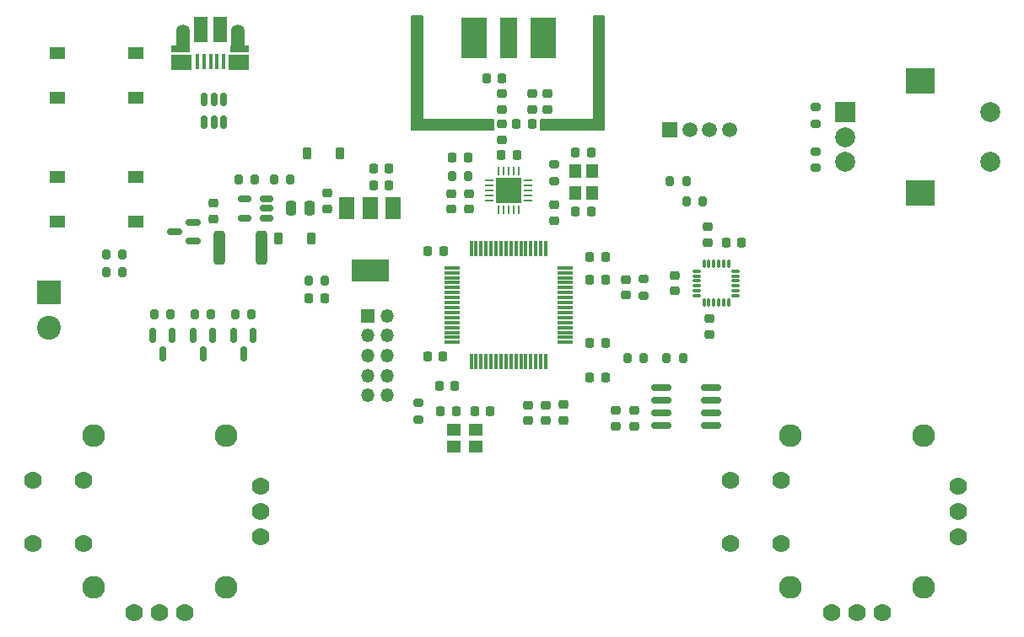
<source format=gts>
G04 #@! TF.GenerationSoftware,KiCad,Pcbnew,7.0.1*
G04 #@! TF.CreationDate,2023-10-12T07:58:09+02:00*
G04 #@! TF.ProjectId,Controller_board,436f6e74-726f-46c6-9c65-725f626f6172,rev?*
G04 #@! TF.SameCoordinates,Original*
G04 #@! TF.FileFunction,Soldermask,Top*
G04 #@! TF.FilePolarity,Negative*
%FSLAX46Y46*%
G04 Gerber Fmt 4.6, Leading zero omitted, Abs format (unit mm)*
G04 Created by KiCad (PCBNEW 7.0.1) date 2023-10-12 07:58:09*
%MOMM*%
%LPD*%
G01*
G04 APERTURE LIST*
G04 Aperture macros list*
%AMRoundRect*
0 Rectangle with rounded corners*
0 $1 Rounding radius*
0 $2 $3 $4 $5 $6 $7 $8 $9 X,Y pos of 4 corners*
0 Add a 4 corners polygon primitive as box body*
4,1,4,$2,$3,$4,$5,$6,$7,$8,$9,$2,$3,0*
0 Add four circle primitives for the rounded corners*
1,1,$1+$1,$2,$3*
1,1,$1+$1,$4,$5*
1,1,$1+$1,$6,$7*
1,1,$1+$1,$8,$9*
0 Add four rect primitives between the rounded corners*
20,1,$1+$1,$2,$3,$4,$5,0*
20,1,$1+$1,$4,$5,$6,$7,0*
20,1,$1+$1,$6,$7,$8,$9,0*
20,1,$1+$1,$8,$9,$2,$3,0*%
G04 Aperture macros list end*
%ADD10C,0.150000*%
%ADD11R,2.000000X2.000000*%
%ADD12C,2.000000*%
%ADD13R,3.000000X2.500000*%
%ADD14RoundRect,0.225000X-0.250000X0.225000X-0.250000X-0.225000X0.250000X-0.225000X0.250000X0.225000X0*%
%ADD15RoundRect,0.225000X-0.225000X-0.250000X0.225000X-0.250000X0.225000X0.250000X-0.225000X0.250000X0*%
%ADD16RoundRect,0.150000X0.587500X0.150000X-0.587500X0.150000X-0.587500X-0.150000X0.587500X-0.150000X0*%
%ADD17R,0.400000X1.650000*%
%ADD18R,1.825000X0.700000*%
%ADD19R,2.000000X1.500000*%
%ADD20R,1.350000X2.000000*%
%ADD21O,1.350000X1.700000*%
%ADD22O,1.100000X1.500000*%
%ADD23R,1.430000X2.500000*%
%ADD24RoundRect,0.225000X0.250000X-0.225000X0.250000X0.225000X-0.250000X0.225000X-0.250000X-0.225000X0*%
%ADD25RoundRect,0.225000X0.225000X0.250000X-0.225000X0.250000X-0.225000X-0.250000X0.225000X-0.250000X0*%
%ADD26RoundRect,0.200000X-0.275000X0.200000X-0.275000X-0.200000X0.275000X-0.200000X0.275000X0.200000X0*%
%ADD27R,1.500000X2.200000*%
%ADD28R,3.800000X2.200000*%
%ADD29RoundRect,0.075000X0.350000X0.075000X-0.350000X0.075000X-0.350000X-0.075000X0.350000X-0.075000X0*%
%ADD30RoundRect,0.075000X-0.075000X0.350000X-0.075000X-0.350000X0.075000X-0.350000X0.075000X0.350000X0*%
%ADD31RoundRect,0.150000X-0.150000X0.587500X-0.150000X-0.587500X0.150000X-0.587500X0.150000X0.587500X0*%
%ADD32RoundRect,0.225000X0.225000X0.375000X-0.225000X0.375000X-0.225000X-0.375000X0.225000X-0.375000X0*%
%ADD33RoundRect,0.075000X0.075000X-0.700000X0.075000X0.700000X-0.075000X0.700000X-0.075000X-0.700000X0*%
%ADD34RoundRect,0.075000X0.700000X-0.075000X0.700000X0.075000X-0.700000X0.075000X-0.700000X-0.075000X0*%
%ADD35RoundRect,0.250000X0.250000X0.475000X-0.250000X0.475000X-0.250000X-0.475000X0.250000X-0.475000X0*%
%ADD36RoundRect,0.200000X-0.200000X-0.275000X0.200000X-0.275000X0.200000X0.275000X-0.200000X0.275000X0*%
%ADD37C,1.778000*%
%ADD38C,2.286000*%
%ADD39R,1.500000X1.500000*%
%ADD40C,1.500000*%
%ADD41RoundRect,0.250000X-0.312500X-1.450000X0.312500X-1.450000X0.312500X1.450000X-0.312500X1.450000X0*%
%ADD42R,1.350000X1.350000*%
%ADD43O,1.350000X1.350000*%
%ADD44RoundRect,0.200000X0.200000X0.275000X-0.200000X0.275000X-0.200000X-0.275000X0.200000X-0.275000X0*%
%ADD45R,2.400000X2.400000*%
%ADD46C,2.400000*%
%ADD47R,1.550000X1.300000*%
%ADD48RoundRect,0.218750X0.256250X-0.218750X0.256250X0.218750X-0.256250X0.218750X-0.256250X-0.218750X0*%
%ADD49RoundRect,0.150000X0.825000X0.150000X-0.825000X0.150000X-0.825000X-0.150000X0.825000X-0.150000X0*%
%ADD50RoundRect,0.218750X0.218750X0.256250X-0.218750X0.256250X-0.218750X-0.256250X0.218750X-0.256250X0*%
%ADD51R,1.400000X1.200000*%
%ADD52R,1.780000X4.190000*%
%ADD53R,2.665000X4.190000*%
%ADD54RoundRect,0.218750X-0.256250X0.218750X-0.256250X-0.218750X0.256250X-0.218750X0.256250X0.218750X0*%
%ADD55RoundRect,0.200000X0.275000X-0.200000X0.275000X0.200000X-0.275000X0.200000X-0.275000X-0.200000X0*%
%ADD56RoundRect,0.218750X-0.218750X-0.256250X0.218750X-0.256250X0.218750X0.256250X-0.218750X0.256250X0*%
%ADD57RoundRect,0.150000X0.512500X0.150000X-0.512500X0.150000X-0.512500X-0.150000X0.512500X-0.150000X0*%
%ADD58RoundRect,0.062500X0.062500X-0.350000X0.062500X0.350000X-0.062500X0.350000X-0.062500X-0.350000X0*%
%ADD59RoundRect,0.062500X0.350000X-0.062500X0.350000X0.062500X-0.350000X0.062500X-0.350000X-0.062500X0*%
%ADD60R,2.500000X2.500000*%
%ADD61R,1.200000X1.400000*%
%ADD62RoundRect,0.150000X-0.150000X0.512500X-0.150000X-0.512500X0.150000X-0.512500X0.150000X0.512500X0*%
G04 APERTURE END LIST*
D10*
X124612400Y-91592400D02*
X118211600Y-91592400D01*
X118211600Y-90576400D01*
X123545600Y-90576400D01*
X123545600Y-80137000D01*
X124612400Y-80137000D01*
X124612400Y-91592400D01*
G36*
X124612400Y-91592400D02*
G01*
X118211600Y-91592400D01*
X118211600Y-90576400D01*
X123545600Y-90576400D01*
X123545600Y-80137000D01*
X124612400Y-80137000D01*
X124612400Y-91592400D01*
G37*
X106375200Y-90576400D02*
X113487200Y-90576400D01*
X113487200Y-91592400D01*
X105308400Y-91592400D01*
X105308400Y-80137000D01*
X106375200Y-80137000D01*
X106375200Y-90576400D01*
G36*
X106375200Y-90576400D02*
G01*
X113487200Y-90576400D01*
X113487200Y-91592400D01*
X105308400Y-91592400D01*
X105308400Y-80137000D01*
X106375200Y-80137000D01*
X106375200Y-90576400D01*
G37*
D11*
X148833000Y-89829000D03*
D12*
X148833000Y-94829000D03*
X148833000Y-92329000D03*
D13*
X156333000Y-86729000D03*
X156333000Y-97929000D03*
D12*
X163333000Y-89829000D03*
X163333000Y-94829000D03*
D14*
X118770400Y-119253000D03*
X118770400Y-120803000D03*
D15*
X136842200Y-102920800D03*
X138392200Y-102920800D03*
X111620000Y-119888000D03*
X113170000Y-119888000D03*
D16*
X83335100Y-102810600D03*
X83335100Y-100910600D03*
X81460100Y-101860600D03*
D17*
X86397000Y-84709400D03*
X85747000Y-84709400D03*
X85097000Y-84709400D03*
X84447000Y-84709400D03*
X83797000Y-84709400D03*
D18*
X88047000Y-83509400D03*
D19*
X87947000Y-84809400D03*
D20*
X87827000Y-82759400D03*
D21*
X87827000Y-81829400D03*
D22*
X87517000Y-84829400D03*
D23*
X86057000Y-81559400D03*
X84137000Y-81559400D03*
D22*
X82677000Y-84829400D03*
D21*
X82367000Y-81829400D03*
D20*
X82347000Y-82759400D03*
D19*
X82197000Y-84829400D03*
D18*
X82097000Y-83509400D03*
D24*
X114300000Y-89548000D03*
X114300000Y-87998000D03*
D25*
X124727000Y-113030000D03*
X123177000Y-113030000D03*
D24*
X131673600Y-107810600D03*
X131673600Y-106260600D03*
X127635000Y-121374200D03*
X127635000Y-119824200D03*
D26*
X105918000Y-119063000D03*
X105918000Y-120713000D03*
D27*
X103392000Y-99466000D03*
X101092000Y-99466000D03*
X98792000Y-99466000D03*
D28*
X101092000Y-105766000D03*
D29*
X137820400Y-108297600D03*
X137820400Y-107797600D03*
X137820400Y-107297600D03*
X137820400Y-106797600D03*
X137820400Y-106297600D03*
X137820400Y-105797600D03*
D30*
X137120400Y-105097600D03*
X136620400Y-105097600D03*
X136120400Y-105097600D03*
X135620400Y-105097600D03*
X135120400Y-105097600D03*
X134620400Y-105097600D03*
D29*
X133920400Y-105797600D03*
X133920400Y-106297600D03*
X133920400Y-106797600D03*
X133920400Y-107297600D03*
X133920400Y-107797600D03*
X133920400Y-108297600D03*
D30*
X134620400Y-108997600D03*
X135120400Y-108997600D03*
X135620400Y-108997600D03*
X136120400Y-108997600D03*
X136620400Y-108997600D03*
X137120400Y-108997600D03*
D31*
X85278000Y-112268000D03*
X83378000Y-112268000D03*
X84328000Y-114143000D03*
D32*
X98043000Y-93980000D03*
X94743000Y-93980000D03*
D31*
X81214000Y-112268000D03*
X79314000Y-112268000D03*
X80264000Y-114143000D03*
D24*
X125730000Y-121374200D03*
X125730000Y-119824200D03*
D33*
X111250000Y-114895000D03*
X111750000Y-114895000D03*
X112250000Y-114895000D03*
X112750000Y-114895000D03*
X113250000Y-114895000D03*
X113750000Y-114895000D03*
X114250000Y-114895000D03*
X114750000Y-114895000D03*
X115250000Y-114895000D03*
X115750000Y-114895000D03*
X116250000Y-114895000D03*
X116750000Y-114895000D03*
X117250000Y-114895000D03*
X117750000Y-114895000D03*
X118250000Y-114895000D03*
X118750000Y-114895000D03*
D34*
X120675000Y-112970000D03*
X120675000Y-112470000D03*
X120675000Y-111970000D03*
X120675000Y-111470000D03*
X120675000Y-110970000D03*
X120675000Y-110470000D03*
X120675000Y-109970000D03*
X120675000Y-109470000D03*
X120675000Y-108970000D03*
X120675000Y-108470000D03*
X120675000Y-107970000D03*
X120675000Y-107470000D03*
X120675000Y-106970000D03*
X120675000Y-106470000D03*
X120675000Y-105970000D03*
X120675000Y-105470000D03*
D33*
X118750000Y-103545000D03*
X118250000Y-103545000D03*
X117750000Y-103545000D03*
X117250000Y-103545000D03*
X116750000Y-103545000D03*
X116250000Y-103545000D03*
X115750000Y-103545000D03*
X115250000Y-103545000D03*
X114750000Y-103545000D03*
X114250000Y-103545000D03*
X113750000Y-103545000D03*
X113250000Y-103545000D03*
X112750000Y-103545000D03*
X112250000Y-103545000D03*
X111750000Y-103545000D03*
X111250000Y-103545000D03*
D34*
X109325000Y-105470000D03*
X109325000Y-105970000D03*
X109325000Y-106470000D03*
X109325000Y-106970000D03*
X109325000Y-107470000D03*
X109325000Y-107970000D03*
X109325000Y-108470000D03*
X109325000Y-108970000D03*
X109325000Y-109470000D03*
X109325000Y-109970000D03*
X109325000Y-110470000D03*
X109325000Y-110970000D03*
X109325000Y-111470000D03*
X109325000Y-111970000D03*
X109325000Y-112470000D03*
X109325000Y-112970000D03*
D14*
X117348000Y-87985000D03*
X117348000Y-89535000D03*
D35*
X95057000Y-99517200D03*
X93157000Y-99517200D03*
D24*
X96774000Y-99530200D03*
X96774000Y-97980200D03*
D36*
X132842000Y-98806000D03*
X134492000Y-98806000D03*
D14*
X116941600Y-119253000D03*
X116941600Y-120803000D03*
D37*
X137300000Y-133175000D03*
X137300000Y-126825000D03*
X142380000Y-133175000D03*
X142380000Y-126825000D03*
X160160000Y-132540000D03*
X160160000Y-130000000D03*
X160160000Y-127460000D03*
D38*
X143332500Y-137620000D03*
X156667500Y-137620000D03*
X156667500Y-122380000D03*
X143332500Y-122380000D03*
D37*
X147460000Y-140160000D03*
X150000000Y-140160000D03*
X152540000Y-140160000D03*
D39*
X131191000Y-91610000D03*
D40*
X133191000Y-91610000D03*
X135191000Y-91610000D03*
X137191000Y-91610000D03*
D25*
X108420200Y-114401600D03*
X106870200Y-114401600D03*
D41*
X85949700Y-103454200D03*
X90224700Y-103454200D03*
D42*
X100854000Y-110300000D03*
D43*
X102854000Y-110300000D03*
X100854000Y-112300000D03*
X102854000Y-112300000D03*
X100854000Y-114300000D03*
X102854000Y-114300000D03*
X100854000Y-116300000D03*
X102854000Y-116300000D03*
X100854000Y-118300000D03*
X102854000Y-118300000D03*
D14*
X134975600Y-101383800D03*
X134975600Y-102933800D03*
D37*
X67300000Y-133175000D03*
X67300000Y-126825000D03*
X72380000Y-133175000D03*
X72380000Y-126825000D03*
X90160000Y-132540000D03*
X90160000Y-130000000D03*
X90160000Y-127460000D03*
D38*
X73332500Y-137620000D03*
X86667500Y-137620000D03*
X86667500Y-122380000D03*
X73332500Y-122380000D03*
D37*
X77460000Y-140160000D03*
X80000000Y-140160000D03*
X82540000Y-140160000D03*
D44*
X132841000Y-96774000D03*
X131191000Y-96774000D03*
D24*
X119616700Y-100720600D03*
X119616700Y-99170600D03*
D45*
X68899000Y-107978000D03*
D46*
X68899000Y-111478000D03*
D47*
X69685000Y-96338000D03*
X77635000Y-96338000D03*
X69685000Y-100838000D03*
X77635000Y-100838000D03*
D36*
X83503000Y-110157500D03*
X85153000Y-110157500D03*
X109334800Y-96266000D03*
X110984800Y-96266000D03*
D25*
X108471000Y-103759000D03*
X106921000Y-103759000D03*
D48*
X120523000Y-120802500D03*
X120523000Y-119227500D03*
D15*
X123177000Y-106680000D03*
X124727000Y-106680000D03*
D44*
X93103200Y-96596200D03*
X91453200Y-96596200D03*
D49*
X135317000Y-121285000D03*
X135317000Y-120015000D03*
X135317000Y-118745000D03*
X135317000Y-117475000D03*
X130367000Y-117475000D03*
X130367000Y-118745000D03*
X130367000Y-120015000D03*
X130367000Y-121285000D03*
D25*
X123291000Y-99822000D03*
X121741000Y-99822000D03*
D15*
X101485400Y-95504000D03*
X103035400Y-95504000D03*
D44*
X128587000Y-114554000D03*
X126937000Y-114554000D03*
D50*
X96545500Y-108508800D03*
X94970500Y-108508800D03*
D51*
X109517000Y-123405000D03*
X111717000Y-123405000D03*
X111717000Y-121705000D03*
X109517000Y-121705000D03*
D25*
X110934800Y-94437200D03*
X109384800Y-94437200D03*
D52*
X115000000Y-82397600D03*
D53*
X111507500Y-82397600D03*
X118492500Y-82397600D03*
D15*
X123177000Y-104394000D03*
X124727000Y-104394000D03*
D44*
X96583000Y-106730800D03*
X94933000Y-106730800D03*
D54*
X126746000Y-106654500D03*
X126746000Y-108229500D03*
D55*
X119616700Y-96745200D03*
X119616700Y-95095200D03*
D14*
X118872000Y-87985000D03*
X118872000Y-89535000D03*
D44*
X76263000Y-104140000D03*
X74613000Y-104140000D03*
D36*
X130874000Y-114554000D03*
X132524000Y-114554000D03*
D14*
X109220000Y-98018000D03*
X109220000Y-99568000D03*
D25*
X109741000Y-119888000D03*
X108191000Y-119888000D03*
X114363800Y-86461600D03*
X112813800Y-86461600D03*
D56*
X115798500Y-91046000D03*
X117373500Y-91046000D03*
D24*
X135128000Y-112154000D03*
X135128000Y-110604000D03*
D47*
X69685000Y-83892000D03*
X77635000Y-83892000D03*
X69685000Y-88392000D03*
X77635000Y-88392000D03*
D15*
X101485400Y-97180400D03*
X103035400Y-97180400D03*
D57*
X90748700Y-100467200D03*
X90748700Y-99517200D03*
X90748700Y-98567200D03*
X88473700Y-98567200D03*
X88473700Y-100467200D03*
D44*
X89547200Y-96596200D03*
X87897200Y-96596200D03*
D58*
X114011200Y-99625900D03*
X114511200Y-99625900D03*
X115011200Y-99625900D03*
X115511200Y-99625900D03*
X116011200Y-99625900D03*
D59*
X116948700Y-98688400D03*
X116948700Y-98188400D03*
X116948700Y-97688400D03*
X116948700Y-97188400D03*
X116948700Y-96688400D03*
D58*
X116011200Y-95750900D03*
X115511200Y-95750900D03*
X115011200Y-95750900D03*
X114511200Y-95750900D03*
X114011200Y-95750900D03*
D59*
X113073700Y-96688400D03*
X113073700Y-97188400D03*
X113073700Y-97688400D03*
X113073700Y-98188400D03*
X113073700Y-98688400D03*
D60*
X115011200Y-97688400D03*
D61*
X123366000Y-97917000D03*
X123366000Y-95717000D03*
X121666000Y-95717000D03*
X121666000Y-97917000D03*
D48*
X114300000Y-92608500D03*
X114300000Y-91033500D03*
D36*
X87567000Y-110157500D03*
X89217000Y-110157500D03*
D32*
X95198200Y-102565200D03*
X91898200Y-102565200D03*
D56*
X114274500Y-94107000D03*
X115849500Y-94107000D03*
D24*
X85420200Y-100546200D03*
X85420200Y-98996200D03*
D14*
X110998000Y-98018000D03*
X110998000Y-99568000D03*
D31*
X89342000Y-112268000D03*
X87442000Y-112268000D03*
X88392000Y-114143000D03*
D55*
X145796000Y-95414600D03*
X145796000Y-93764600D03*
D36*
X79439000Y-110157500D03*
X81089000Y-110157500D03*
D15*
X121741000Y-93853000D03*
X123291000Y-93853000D03*
D62*
X86382400Y-88575300D03*
X85432400Y-88575300D03*
X84482400Y-88575300D03*
X84482400Y-90850300D03*
X85432400Y-90850300D03*
X86382400Y-90850300D03*
D55*
X145796000Y-90995000D03*
X145796000Y-89345000D03*
D36*
X74613000Y-105918000D03*
X76263000Y-105918000D03*
D55*
X128524000Y-108267000D03*
X128524000Y-106617000D03*
D25*
X109601000Y-117336209D03*
X108051000Y-117336209D03*
D15*
X123177000Y-116459000D03*
X124727000Y-116459000D03*
M02*

</source>
